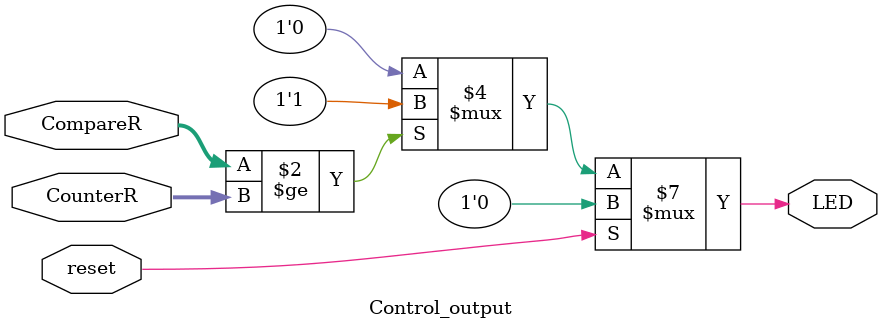
<source format=v>
 module Control_output #(parameter WIDTH = 8)
							 (input reset,
							  input [WIDTH-1:0] CompareR,
							  input [WIDTH-1:0] CounterR,
							  output reg LED
							  );
  
  always @(reset,CompareR, CounterR)
  begin      
    if (reset) 
		begin 
			LED <= 1'b0;
		end
    else if (CompareR >= CounterR)
		begin
         LED <= 1'b1;
		end
	else 
		begin
			 LED <= 1'b0;
		end
  end  
  
  endmodule
</source>
